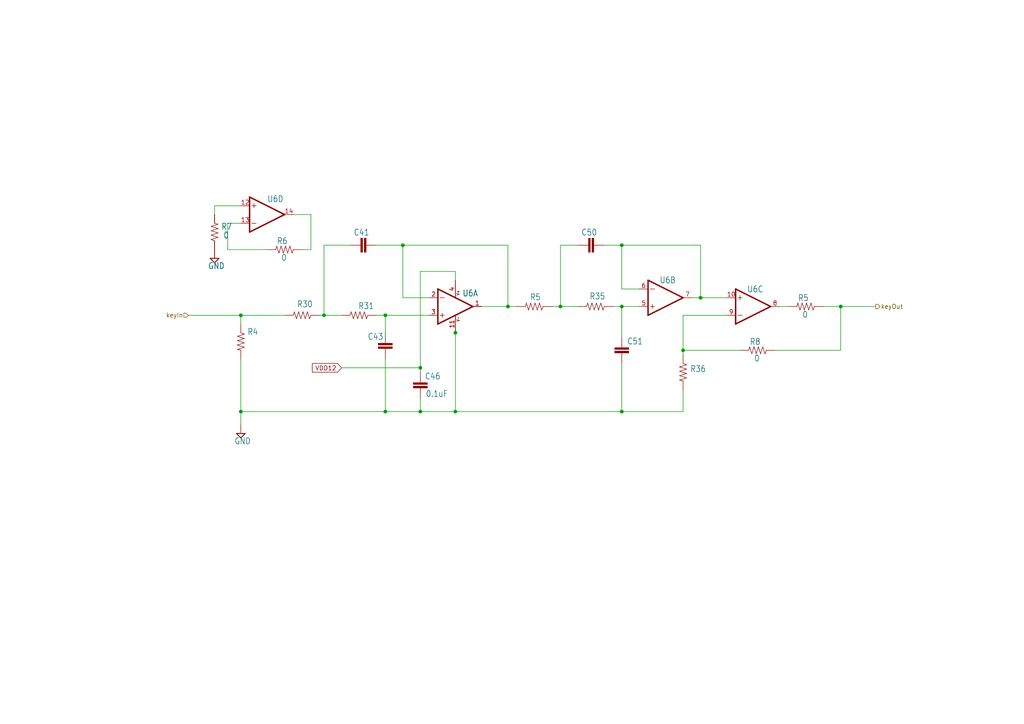
<source format=kicad_sch>
(kicad_sch (version 20250114) (generator "eeschema") (generator_version "9.0")
  (paper "A4")
  (lib_symbols
    (symbol "OPA1679IDR_1"
      (symbol "OPA1679IDR_1_1_0"
        (polyline (pts (xy -5.08 5.08) (xy -5.08 -5.08)) (stroke (width 0.4064)))
        (polyline (pts (xy -5.08 -5.08) (xy 5.08 0)) (stroke (width 0.4064)))
        (polyline (pts (xy -4.445 2.54) (xy -3.175 2.54)) (stroke (width 0.1524)))
        (polyline (pts (xy -4.445 -2.54) (xy -3.175 -2.54)) (stroke (width 0.1524)))
        (polyline (pts (xy -3.81 3.175) (xy -3.81 1.905)) (stroke (width 0.1524)))
        (polyline (pts (xy 5.08 0) (xy -5.08 5.08)) (stroke (width 0.4064)))
        (pin input line (at -7.62 2.54 0) (length 2.54) (name "+IN") (number "3"))
        (pin input line (at -7.62 -2.54 0) (length 2.54) (name "-IN") (number "2"))
        (pin output line (at 7.62 0 180) (length 2.54) (name "OUT") (number "1"))
      )
      (symbol "OPA1679IDR_1_2_0"
        (polyline (pts (xy -5.08 5.08) (xy -5.08 -5.08)) (stroke (width 0.4064)))
        (polyline (pts (xy -5.08 -5.08) (xy 5.08 0)) (stroke (width 0.4064)))
        (polyline (pts (xy -4.445 2.54) (xy -3.175 2.54)) (stroke (width 0.1524)))
        (polyline (pts (xy -4.445 -2.54) (xy -3.175 -2.54)) (stroke (width 0.1524)))
        (polyline (pts (xy -3.81 3.175) (xy -3.81 1.905)) (stroke (width 0.1524)))
        (polyline (pts (xy 5.08 0) (xy -5.08 5.08)) (stroke (width 0.4064)))
        (pin input line (at -7.62 2.54 0) (length 2.54) (name "+IN") (number "5"))
        (pin input line (at -7.62 -2.54 0) (length 2.54) (name "-IN") (number "6"))
        (pin output line (at 7.62 0 180) (length 2.54) (name "OUT") (number "7"))
      )
      (symbol "OPA1679IDR_1_3_0"
        (polyline (pts (xy -5.08 5.08) (xy -5.08 -5.08)) (stroke (width 0.4064)))
        (polyline (pts (xy -5.08 -5.08) (xy 5.08 0)) (stroke (width 0.4064)))
        (polyline (pts (xy -4.445 2.54) (xy -3.175 2.54)) (stroke (width 0.1524)))
        (polyline (pts (xy -4.445 -2.54) (xy -3.175 -2.54)) (stroke (width 0.1524)))
        (polyline (pts (xy -3.81 3.175) (xy -3.81 1.905)) (stroke (width 0.1524)))
        (polyline (pts (xy 5.08 0) (xy -5.08 5.08)) (stroke (width 0.4064)))
        (pin input line (at -7.62 2.54 0) (length 2.54) (name "+IN") (number "10"))
        (pin input line (at -7.62 -2.54 0) (length 2.54) (name "-IN") (number "9"))
        (pin output line (at 7.62 0 180) (length 2.54) (name "OUT") (number "8"))
      )
      (symbol "OPA1679IDR_1_4_0"
        (polyline (pts (xy -5.08 5.08) (xy -5.08 -5.08)) (stroke (width 0.4064)))
        (polyline (pts (xy -5.08 -5.08) (xy 5.08 0)) (stroke (width 0.4064)))
        (polyline (pts (xy -4.445 2.54) (xy -3.175 2.54)) (stroke (width 0.1524)))
        (polyline (pts (xy -4.445 -2.54) (xy -3.175 -2.54)) (stroke (width 0.1524)))
        (polyline (pts (xy -3.81 3.175) (xy -3.81 1.905)) (stroke (width 0.1524)))
        (polyline (pts (xy 5.08 0) (xy -5.08 5.08)) (stroke (width 0.4064)))
        (pin input line (at -7.62 2.54 0) (length 2.54) (name "+IN") (number "12"))
        (pin input line (at -7.62 -2.54 0) (length 2.54) (name "-IN") (number "13"))
        (pin output line (at 7.62 0 180) (length 2.54) (name "OUT") (number "14"))
      )
      (symbol "OPA1679IDR_1_5_0"
        (text "V+" (at 1.27 3.175 900) (effects (font (size 0.8128 0.6908)) (justify left bottom)))
        (text "V-" (at 1.27 -4.445 900) (effects (font (size 0.8128 0.6908)) (justify left bottom)))
        (pin input line (at 0 7.62 270) (length 5.08) (name "V+") (number "4"))
        (pin bidirectional line (at 0 -7.62 90) (length 5.08) (name "V-") (number "11"))
      )
    )
    (symbol "OPA1679IDR_2"
      (symbol "OPA1679IDR_2_1_0"
        (polyline (pts (xy -5.08 5.08) (xy -5.08 -5.08)) (stroke (width 0.4064)))
        (polyline (pts (xy -5.08 -5.08) (xy 5.08 0)) (stroke (width 0.4064)))
        (polyline (pts (xy -4.445 2.54) (xy -3.175 2.54)) (stroke (width 0.1524)))
        (polyline (pts (xy -4.445 -2.54) (xy -3.175 -2.54)) (stroke (width 0.1524)))
        (polyline (pts (xy -3.81 3.175) (xy -3.81 1.905)) (stroke (width 0.1524)))
        (polyline (pts (xy 5.08 0) (xy -5.08 5.08)) (stroke (width 0.4064)))
        (pin input line (at -7.62 2.54 0) (length 2.54) (name "+IN") (number "3"))
        (pin input line (at -7.62 -2.54 0) (length 2.54) (name "-IN") (number "2"))
        (pin output line (at 7.62 0 180) (length 2.54) (name "OUT") (number "1"))
      )
      (symbol "OPA1679IDR_2_2_0"
        (polyline (pts (xy -5.08 5.08) (xy -5.08 -5.08)) (stroke (width 0.4064)))
        (polyline (pts (xy -5.08 -5.08) (xy 5.08 0)) (stroke (width 0.4064)))
        (polyline (pts (xy -4.445 2.54) (xy -3.175 2.54)) (stroke (width 0.1524)))
        (polyline (pts (xy -4.445 -2.54) (xy -3.175 -2.54)) (stroke (width 0.1524)))
        (polyline (pts (xy -3.81 3.175) (xy -3.81 1.905)) (stroke (width 0.1524)))
        (polyline (pts (xy 5.08 0) (xy -5.08 5.08)) (stroke (width 0.4064)))
        (pin input line (at -7.62 2.54 0) (length 2.54) (name "+IN") (number "5"))
        (pin input line (at -7.62 -2.54 0) (length 2.54) (name "-IN") (number "6"))
        (pin output line (at 7.62 0 180) (length 2.54) (name "OUT") (number "7"))
      )
      (symbol "OPA1679IDR_2_3_0"
        (polyline (pts (xy -5.08 5.08) (xy -5.08 -5.08)) (stroke (width 0.4064)))
        (polyline (pts (xy -5.08 -5.08) (xy 5.08 0)) (stroke (width 0.4064)))
        (polyline (pts (xy -4.445 2.54) (xy -3.175 2.54)) (stroke (width 0.1524)))
        (polyline (pts (xy -4.445 -2.54) (xy -3.175 -2.54)) (stroke (width 0.1524)))
        (polyline (pts (xy -3.81 3.175) (xy -3.81 1.905)) (stroke (width 0.1524)))
        (polyline (pts (xy 5.08 0) (xy -5.08 5.08)) (stroke (width 0.4064)))
        (pin input line (at -7.62 2.54 0) (length 2.54) (name "+IN") (number "10"))
        (pin input line (at -7.62 -2.54 0) (length 2.54) (name "-IN") (number "9"))
        (pin output line (at 7.62 0 180) (length 2.54) (name "OUT") (number "8"))
      )
      (symbol "OPA1679IDR_2_4_0"
        (polyline (pts (xy -5.08 5.08) (xy -5.08 -5.08)) (stroke (width 0.4064)))
        (polyline (pts (xy -5.08 -5.08) (xy 5.08 0)) (stroke (width 0.4064)))
        (polyline (pts (xy -4.445 2.54) (xy -3.175 2.54)) (stroke (width 0.1524)))
        (polyline (pts (xy -4.445 -2.54) (xy -3.175 -2.54)) (stroke (width 0.1524)))
        (polyline (pts (xy -3.81 3.175) (xy -3.81 1.905)) (stroke (width 0.1524)))
        (polyline (pts (xy 5.08 0) (xy -5.08 5.08)) (stroke (width 0.4064)))
        (pin input line (at -7.62 2.54 0) (length 2.54) (name "+IN") (number "12"))
        (pin input line (at -7.62 -2.54 0) (length 2.54) (name "-IN") (number "13"))
        (pin output line (at 7.62 0 180) (length 2.54) (name "OUT") (number "14"))
      )
      (symbol "OPA1679IDR_2_5_0"
        (text "V+" (at 1.27 3.175 900) (effects (font (size 0.8128 0.6908)) (justify left bottom)))
        (text "V-" (at 1.27 -4.445 900) (effects (font (size 0.8128 0.6908)) (justify left bottom)))
        (pin input line (at 0 7.62 270) (length 5.08) (name "V+") (number "4"))
        (pin bidirectional line (at 0 -7.62 90) (length 5.08) (name "V-") (number "11"))
      )
    )
    (symbol "OPA1679IDR_3"
      (symbol "OPA1679IDR_3_1_0"
        (polyline (pts (xy -5.08 5.08) (xy -5.08 -5.08)) (stroke (width 0.4064)))
        (polyline (pts (xy -5.08 -5.08) (xy 5.08 0)) (stroke (width 0.4064)))
        (polyline (pts (xy -4.445 2.54) (xy -3.175 2.54)) (stroke (width 0.1524)))
        (polyline (pts (xy -4.445 -2.54) (xy -3.175 -2.54)) (stroke (width 0.1524)))
        (polyline (pts (xy -3.81 3.175) (xy -3.81 1.905)) (stroke (width 0.1524)))
        (polyline (pts (xy 5.08 0) (xy -5.08 5.08)) (stroke (width 0.4064)))
        (pin input line (at -7.62 2.54 0) (length 2.54) (name "+IN") (number "3"))
        (pin input line (at -7.62 -2.54 0) (length 2.54) (name "-IN") (number "2"))
        (pin output line (at 7.62 0 180) (length 2.54) (name "OUT") (number "1"))
      )
      (symbol "OPA1679IDR_3_2_0"
        (polyline (pts (xy -5.08 5.08) (xy -5.08 -5.08)) (stroke (width 0.4064)))
        (polyline (pts (xy -5.08 -5.08) (xy 5.08 0)) (stroke (width 0.4064)))
        (polyline (pts (xy -4.445 2.54) (xy -3.175 2.54)) (stroke (width 0.1524)))
        (polyline (pts (xy -4.445 -2.54) (xy -3.175 -2.54)) (stroke (width 0.1524)))
        (polyline (pts (xy -3.81 3.175) (xy -3.81 1.905)) (stroke (width 0.1524)))
        (polyline (pts (xy 5.08 0) (xy -5.08 5.08)) (stroke (width 0.4064)))
        (pin input line (at -7.62 2.54 0) (length 2.54) (name "+IN") (number "5"))
        (pin input line (at -7.62 -2.54 0) (length 2.54) (name "-IN") (number "6"))
        (pin output line (at 7.62 0 180) (length 2.54) (name "OUT") (number "7"))
      )
      (symbol "OPA1679IDR_3_3_0"
        (polyline (pts (xy -5.08 5.08) (xy -5.08 -5.08)) (stroke (width 0.4064)))
        (polyline (pts (xy -5.08 -5.08) (xy 5.08 0)) (stroke (width 0.4064)))
        (polyline (pts (xy -4.445 2.54) (xy -3.175 2.54)) (stroke (width 0.1524)))
        (polyline (pts (xy -4.445 -2.54) (xy -3.175 -2.54)) (stroke (width 0.1524)))
        (polyline (pts (xy -3.81 3.175) (xy -3.81 1.905)) (stroke (width 0.1524)))
        (polyline (pts (xy 5.08 0) (xy -5.08 5.08)) (stroke (width 0.4064)))
        (pin input line (at -7.62 2.54 0) (length 2.54) (name "+IN") (number "10"))
        (pin input line (at -7.62 -2.54 0) (length 2.54) (name "-IN") (number "9"))
        (pin output line (at 7.62 0 180) (length 2.54) (name "OUT") (number "8"))
      )
      (symbol "OPA1679IDR_3_4_0"
        (polyline (pts (xy -5.08 5.08) (xy -5.08 -5.08)) (stroke (width 0.4064)))
        (polyline (pts (xy -5.08 -5.08) (xy 5.08 0)) (stroke (width 0.4064)))
        (polyline (pts (xy -4.445 2.54) (xy -3.175 2.54)) (stroke (width 0.1524)))
        (polyline (pts (xy -4.445 -2.54) (xy -3.175 -2.54)) (stroke (width 0.1524)))
        (polyline (pts (xy -3.81 3.175) (xy -3.81 1.905)) (stroke (width 0.1524)))
        (polyline (pts (xy 5.08 0) (xy -5.08 5.08)) (stroke (width 0.4064)))
        (pin input line (at -7.62 2.54 0) (length 2.54) (name "+IN") (number "12"))
        (pin input line (at -7.62 -2.54 0) (length 2.54) (name "-IN") (number "13"))
        (pin output line (at 7.62 0 180) (length 2.54) (name "OUT") (number "14"))
      )
      (symbol "OPA1679IDR_3_5_0"
        (text "V+" (at 1.27 3.175 900) (effects (font (size 0.8128 0.6908)) (justify left bottom)))
        (text "V-" (at 1.27 -4.445 900) (effects (font (size 0.8128 0.6908)) (justify left bottom)))
        (pin input line (at 0 7.62 270) (length 5.08) (name "V+") (number "4"))
        (pin bidirectional line (at 0 -7.62 90) (length 5.08) (name "V-") (number "11"))
      )
    )
    (symbol "OPA1679IDR_4"
      (symbol "OPA1679IDR_4_1_0"
        (polyline (pts (xy -5.08 5.08) (xy -5.08 -5.08)) (stroke (width 0.4064)))
        (polyline (pts (xy -5.08 -5.08) (xy 5.08 0)) (stroke (width 0.4064)))
        (polyline (pts (xy -4.445 2.54) (xy -3.175 2.54)) (stroke (width 0.1524)))
        (polyline (pts (xy -4.445 -2.54) (xy -3.175 -2.54)) (stroke (width 0.1524)))
        (polyline (pts (xy -3.81 3.175) (xy -3.81 1.905)) (stroke (width 0.1524)))
        (polyline (pts (xy 5.08 0) (xy -5.08 5.08)) (stroke (width 0.4064)))
        (pin input line (at -7.62 2.54 0) (length 2.54) (name "+IN") (number "3"))
        (pin input line (at -7.62 -2.54 0) (length 2.54) (name "-IN") (number "2"))
        (pin output line (at 7.62 0 180) (length 2.54) (name "OUT") (number "1"))
      )
      (symbol "OPA1679IDR_4_2_0"
        (polyline (pts (xy -5.08 5.08) (xy -5.08 -5.08)) (stroke (width 0.4064)))
        (polyline (pts (xy -5.08 -5.08) (xy 5.08 0)) (stroke (width 0.4064)))
        (polyline (pts (xy -4.445 2.54) (xy -3.175 2.54)) (stroke (width 0.1524)))
        (polyline (pts (xy -4.445 -2.54) (xy -3.175 -2.54)) (stroke (width 0.1524)))
        (polyline (pts (xy -3.81 3.175) (xy -3.81 1.905)) (stroke (width 0.1524)))
        (polyline (pts (xy 5.08 0) (xy -5.08 5.08)) (stroke (width 0.4064)))
        (pin input line (at -7.62 2.54 0) (length 2.54) (name "+IN") (number "5"))
        (pin input line (at -7.62 -2.54 0) (length 2.54) (name "-IN") (number "6"))
        (pin output line (at 7.62 0 180) (length 2.54) (name "OUT") (number "7"))
      )
      (symbol "OPA1679IDR_4_3_0"
        (polyline (pts (xy -5.08 5.08) (xy -5.08 -5.08)) (stroke (width 0.4064)))
        (polyline (pts (xy -5.08 -5.08) (xy 5.08 0)) (stroke (width 0.4064)))
        (polyline (pts (xy -4.445 2.54) (xy -3.175 2.54)) (stroke (width 0.1524)))
        (polyline (pts (xy -4.445 -2.54) (xy -3.175 -2.54)) (stroke (width 0.1524)))
        (polyline (pts (xy -3.81 3.175) (xy -3.81 1.905)) (stroke (width 0.1524)))
        (polyline (pts (xy 5.08 0) (xy -5.08 5.08)) (stroke (width 0.4064)))
        (pin input line (at -7.62 2.54 0) (length 2.54) (name "+IN") (number "10"))
        (pin input line (at -7.62 -2.54 0) (length 2.54) (name "-IN") (number "9"))
        (pin output line (at 7.62 0 180) (length 2.54) (name "OUT") (number "8"))
      )
      (symbol "OPA1679IDR_4_4_0"
        (polyline (pts (xy -5.08 5.08) (xy -5.08 -5.08)) (stroke (width 0.4064)))
        (polyline (pts (xy -5.08 -5.08) (xy 5.08 0)) (stroke (width 0.4064)))
        (polyline (pts (xy -4.445 2.54) (xy -3.175 2.54)) (stroke (width 0.1524)))
        (polyline (pts (xy -4.445 -2.54) (xy -3.175 -2.54)) (stroke (width 0.1524)))
        (polyline (pts (xy -3.81 3.175) (xy -3.81 1.905)) (stroke (width 0.1524)))
        (polyline (pts (xy 5.08 0) (xy -5.08 5.08)) (stroke (width 0.4064)))
        (pin input line (at -7.62 2.54 0) (length 2.54) (name "+IN") (number "12"))
        (pin input line (at -7.62 -2.54 0) (length 2.54) (name "-IN") (number "13"))
        (pin output line (at 7.62 0 180) (length 2.54) (name "OUT") (number "14"))
      )
      (symbol "OPA1679IDR_4_5_0"
        (text "V+" (at 1.27 3.175 900) (effects (font (size 0.8128 0.6908)) (justify left bottom)))
        (text "V-" (at 1.27 -4.445 900) (effects (font (size 0.8128 0.6908)) (justify left bottom)))
        (pin input line (at 0 7.62 270) (length 5.08) (name "V+") (number "4"))
        (pin bidirectional line (at 0 -7.62 90) (length 5.08) (name "V-") (number "11"))
      )
    )
    (symbol "powerAmp_RevB-eagle-import:CAP0603-CAP"
      (property "Reference" "C" (at 1.524 2.921 0))
      (property "Value" "CAP0603-CAP" (at 1.524 -2.159 0))
      (symbol "CAP0603-CAP_1_0"
        (rectangle (start -2.032 1.524) (end 2.032 2.032) (fill (type outline)))
        (rectangle (start -2.032 0.508) (end 2.032 1.016) (fill (type outline)))
        (polyline (pts (xy 0 2.54) (xy 0 2.032)) (stroke (width 0.1524)))
        (polyline (pts (xy 0 0) (xy 0 0.508)) (stroke (width 0.1524)))
        (pin passive line (at 0 5.08 270) (length 2.54) (name "1") (number "1"))
        (pin passive line (at 0 -2.54 90) (length 2.54) (name "2") (number "2"))
      )
    )
    (symbol "powerAmp_RevB-eagle-import:GND" (power)
      (property "Value" "GND" (at -1.905 -3.175 0))
      (symbol "GND_1_0"
        (polyline (pts (xy -1.27 0) (xy 1.27 0)) (stroke (width 0.254)))
        (polyline (pts (xy 0 -1.27) (xy -1.27 0)) (stroke (width 0.254)))
        (polyline (pts (xy 1.27 0) (xy 0 -1.27)) (stroke (width 0.254)))
        (pin power_in line (at 0 2.54 270) (length 2.54) (name "GND") (number "1"))
      )
    )
    (symbol "powerAmp_RevB-eagle-import:OPA1679IDR"
      (symbol "OPA1679IDR_1_0"
        (polyline (pts (xy -5.08 5.08) (xy -5.08 -5.08)) (stroke (width 0.4064)))
        (polyline (pts (xy -5.08 -5.08) (xy 5.08 0)) (stroke (width 0.4064)))
        (polyline (pts (xy -4.445 2.54) (xy -3.175 2.54)) (stroke (width 0.1524)))
        (polyline (pts (xy -4.445 -2.54) (xy -3.175 -2.54)) (stroke (width 0.1524)))
        (polyline (pts (xy -3.81 3.175) (xy -3.81 1.905)) (stroke (width 0.1524)))
        (polyline (pts (xy 5.08 0) (xy -5.08 5.08)) (stroke (width 0.4064)))
        (pin input line (at -7.62 2.54 0) (length 2.54) (name "+IN") (number "3"))
        (pin input line (at -7.62 -2.54 0) (length 2.54) (name "-IN") (number "2"))
        (pin output line (at 7.62 0 180) (length 2.54) (name "OUT") (number "1"))
      )
      (symbol "OPA1679IDR_2_0"
        (polyline (pts (xy -5.08 5.08) (xy -5.08 -5.08)) (stroke (width 0.4064)))
        (polyline (pts (xy -5.08 -5.08) (xy 5.08 0)) (stroke (width 0.4064)))
        (polyline (pts (xy -4.445 2.54) (xy -3.175 2.54)) (stroke (width 0.1524)))
        (polyline (pts (xy -4.445 -2.54) (xy -3.175 -2.54)) (stroke (width 0.1524)))
        (polyline (pts (xy -3.81 3.175) (xy -3.81 1.905)) (stroke (width 0.1524)))
        (polyline (pts (xy 5.08 0) (xy -5.08 5.08)) (stroke (width 0.4064)))
        (pin input line (at -7.62 2.54 0) (length 2.54) (name "+IN") (number "5"))
        (pin input line (at -7.62 -2.54 0) (length 2.54) (name "-IN") (number "6"))
        (pin output line (at 7.62 0 180) (length 2.54) (name "OUT") (number "7"))
      )
      (symbol "OPA1679IDR_3_0"
        (polyline (pts (xy -5.08 5.08) (xy -5.08 -5.08)) (stroke (width 0.4064)))
        (polyline (pts (xy -5.08 -5.08) (xy 5.08 0)) (stroke (width 0.4064)))
        (polyline (pts (xy -4.445 2.54) (xy -3.175 2.54)) (stroke (width 0.1524)))
        (polyline (pts (xy -4.445 -2.54) (xy -3.175 -2.54)) (stroke (width 0.1524)))
        (polyline (pts (xy -3.81 3.175) (xy -3.81 1.905)) (stroke (width 0.1524)))
        (polyline (pts (xy 5.08 0) (xy -5.08 5.08)) (stroke (width 0.4064)))
        (pin input line (at -7.62 2.54 0) (length 2.54) (name "+IN") (number "10"))
        (pin input line (at -7.62 -2.54 0) (length 2.54) (name "-IN") (number "9"))
        (pin output line (at 7.62 0 180) (length 2.54) (name "OUT") (number "8"))
      )
      (symbol "OPA1679IDR_4_0"
        (polyline (pts (xy -5.08 5.08) (xy -5.08 -5.08)) (stroke (width 0.4064)))
        (polyline (pts (xy -5.08 -5.08) (xy 5.08 0)) (stroke (width 0.4064)))
        (polyline (pts (xy -4.445 2.54) (xy -3.175 2.54)) (stroke (width 0.1524)))
        (polyline (pts (xy -4.445 -2.54) (xy -3.175 -2.54)) (stroke (width 0.1524)))
        (polyline (pts (xy -3.81 3.175) (xy -3.81 1.905)) (stroke (width 0.1524)))
        (polyline (pts (xy 5.08 0) (xy -5.08 5.08)) (stroke (width 0.4064)))
        (pin input line (at -7.62 2.54 0) (length 2.54) (name "+IN") (number "12"))
        (pin input line (at -7.62 -2.54 0) (length 2.54) (name "-IN") (number "13"))
        (pin output line (at 7.62 0 180) (length 2.54) (name "OUT") (number "14"))
      )
      (symbol "OPA1679IDR_5_0"
        (text "V+" (at 1.27 3.175 900) (effects (font (size 0.8128 0.6908)) (justify left bottom)))
        (text "V-" (at 1.27 -4.445 900) (effects (font (size 0.8128 0.6908)) (justify left bottom)))
        (pin input line (at 0 7.62 270) (length 5.08) (name "V+") (number "4"))
        (pin bidirectional line (at 0 -7.62 90) (length 5.08) (name "V-") (number "11"))
      )
    )
    (symbol "powerAmp_RevB-eagle-import:RESISTOR0603-RES"
      (property "Reference" "R" (at -3.81 1.4986 0))
      (property "Value" "RESISTOR0603-RES" (at -3.81 -3.302 0))
      (symbol "RESISTOR0603-RES_1_0"
        (polyline (pts (xy -2.54 0) (xy -2.159 1.016)) (stroke (width 0.1524)))
        (polyline (pts (xy -2.159 1.016) (xy -1.524 -1.016)) (stroke (width 0.1524)))
        (polyline (pts (xy -1.524 -1.016) (xy -0.889 1.016)) (stroke (width 0.1524)))
        (polyline (pts (xy -0.889 1.016) (xy -0.254 -1.016)) (stroke (width 0.1524)))
        (polyline (pts (xy -0.254 -1.016) (xy 0.381 1.016)) (stroke (width 0.1524)))
        (polyline (pts (xy 0.381 1.016) (xy 1.016 -1.016)) (stroke (width 0.1524)))
        (polyline (pts (xy 1.016 -1.016) (xy 1.651 1.016)) (stroke (width 0.1524)))
        (polyline (pts (xy 1.651 1.016) (xy 2.286 -1.016)) (stroke (width 0.1524)))
        (polyline (pts (xy 2.286 -1.016) (xy 2.54 0)) (stroke (width 0.1524)))
        (pin passive line (at -5.08 0 0) (length 2.54) (name "1") (number "1"))
        (pin passive line (at 5.08 0 180) (length 2.54) (name "2") (number "2"))
      )
    )
  )
  (junction (at 69.85 91.44))
  (junction (at 132.08 119.38))
  (junction (at 69.85 119.38))
  (junction (at 180.34 88.9))
  (junction (at 121.92 119.38))
  (junction (at 111.76 119.38))
  (junction (at 198.12 101.6))
  (junction (at 116.84 71.12))
  (junction (at 162.56 88.9))
  (junction (at 111.76 91.44))
  (junction (at 121.92 106.68))
  (junction (at 243.84 88.9))
  (junction (at 147.32 88.9))
  (junction (at 93.98 91.44))
  (junction (at 132.08 96.52))
  (junction (at 203.2 86.36))
  (junction (at 180.34 119.38))
  (junction (at 180.34 71.12))
  (wire (pts (xy 69.85 119.38) (xy 111.76 119.38)))
  (wire (pts (xy 139.7 88.9) (xy 147.32 88.9)))
  (wire (pts (xy 116.84 71.12) (xy 109.22 71.12)))
  (wire (pts (xy 93.98 71.12) (xy 93.98 91.44)))
  (wire (pts (xy 69.85 64.77) (xy 66.04 64.77)))
  (wire (pts (xy 121.92 78.74) (xy 132.08 78.74)))
  (wire (pts (xy 111.76 96.52) (xy 111.76 91.44)))
  (wire (pts (xy 203.2 86.36) (xy 203.2 71.12)))
  (wire (pts (xy 180.34 119.38) (xy 198.12 119.38)))
  (wire (pts (xy 180.34 88.9) (xy 185.42 88.9)))
  (wire (pts (xy 180.34 105.41) (xy 180.34 119.38)))
  (wire (pts (xy 203.2 86.36) (xy 210.82 86.36)))
  (wire (pts (xy 121.92 119.38) (xy 111.76 119.38)))
  (wire (pts (xy 162.56 71.12) (xy 162.56 88.9)))
  (wire (pts (xy 132.08 78.74) (xy 132.08 81.28)))
  (wire (pts (xy 66.04 72.39) (xy 77.47 72.39)))
  (wire (pts (xy 101.6 71.12) (xy 93.98 71.12)))
  (wire (pts (xy 116.84 86.36) (xy 116.84 71.12)))
  (wire (pts (xy 167.64 71.12) (xy 162.56 71.12)))
  (wire (pts (xy 85.09 62.23) (xy 90.17 62.23)))
  (wire (pts (xy 132.08 96.52) (xy 132.08 119.38)))
  (wire (pts (xy 180.34 119.38) (xy 132.08 119.38)))
  (wire (pts (xy 147.32 88.9) (xy 149.86 88.9)))
  (wire (pts (xy 69.85 93.98) (xy 69.85 91.44)))
  (wire (pts (xy 69.85 91.44) (xy 82.55 91.44)))
  (wire (pts (xy 185.42 83.82) (xy 180.34 83.82)))
  (wire (pts (xy 200.66 86.36) (xy 203.2 86.36)))
  (wire (pts (xy 121.92 106.68) (xy 99.06 106.68)))
  (wire (pts (xy 69.85 104.14) (xy 69.85 119.38)))
  (wire (pts (xy 90.17 72.39) (xy 90.17 62.23)))
  (wire (pts (xy 160.02 88.9) (xy 162.56 88.9)))
  (wire (pts (xy 121.92 115.57) (xy 121.92 119.38)))
  (wire (pts (xy 198.12 113.03) (xy 198.12 119.38)))
  (wire (pts (xy 87.63 72.39) (xy 90.17 72.39)))
  (wire (pts (xy 69.85 119.38) (xy 69.85 123.19)))
  (wire (pts (xy 111.76 91.44) (xy 124.46 91.44)))
  (wire (pts (xy 180.34 88.9) (xy 180.34 97.79)))
  (wire (pts (xy 109.22 91.44) (xy 111.76 91.44)))
  (wire (pts (xy 62.23 59.69) (xy 62.23 62.23)))
  (wire (pts (xy 93.98 91.44) (xy 99.06 91.44)))
  (wire (pts (xy 198.12 91.44) (xy 198.12 101.6)))
  (wire (pts (xy 243.84 88.9) (xy 243.84 101.6)))
  (wire (pts (xy 62.23 59.69) (xy 69.85 59.69)))
  (wire (pts (xy 132.08 119.38) (xy 121.92 119.38)))
  (wire (pts (xy 147.32 88.9) (xy 147.32 71.12)))
  (wire (pts (xy 147.32 71.12) (xy 116.84 71.12)))
  (wire (pts (xy 180.34 71.12) (xy 175.26 71.12)))
  (wire (pts (xy 238.76 88.9) (xy 243.84 88.9)))
  (wire (pts (xy 66.04 64.77) (xy 66.04 72.39)))
  (wire (pts (xy 111.76 104.14) (xy 111.76 119.38)))
  (wire (pts (xy 198.12 101.6) (xy 214.63 101.6)))
  (wire (pts (xy 121.92 107.95) (xy 121.92 106.68)))
  (wire (pts (xy 198.12 101.6) (xy 198.12 102.87)))
  (wire (pts (xy 180.34 83.82) (xy 180.34 71.12)))
  (wire (pts (xy 121.92 78.74) (xy 121.92 106.68)))
  (wire (pts (xy 132.08 95.885) (xy 132.08 96.52)))
  (wire (pts (xy 243.84 88.9) (xy 254 88.9)))
  (wire (pts (xy 226.06 88.9) (xy 228.6 88.9)))
  (wire (pts (xy 198.12 91.44) (xy 210.82 91.44)))
  (wire (pts (xy 54.61 91.44) (xy 69.85 91.44)))
  (wire (pts (xy 92.71 91.44) (xy 93.98 91.44)))
  (wire (pts (xy 124.46 86.36) (xy 116.84 86.36)))
  (wire (pts (xy 224.79 101.6) (xy 243.84 101.6)))
  (wire (pts (xy 203.2 71.12) (xy 180.34 71.12)))
  (wire (pts (xy 177.8 88.9) (xy 180.34 88.9)))
  (wire (pts (xy 162.56 88.9) (xy 167.64 88.9)))
  (global_label "VDD12" (shape input) (at 99.06 106.68 180) (property "Intersheetrefs" "${INTERSHEET_REFS}" (effects (hide yes))))
  (hierarchical_label "keyIn" (shape input) (at 54.61 91.44 180))
  (hierarchical_label "keyOut" (shape output) (at 254 88.9 0))
  (symbol (lib_name "OPA1679IDR_2") (lib_id "powerAmp_RevB-eagle-import:OPA1679IDR") (at 193.04 86.36 0) (mirror x) (unit 2)
    (property "Reference" "U6" (at 191.262 80.264 0) (effects (font (size 1.778 1.5113)) (justify left bottom)))
    (property "Value" "OPA1679IDR" (effects (hide yes)))
    (property "Footprint" "Package_SO:SOIC-14_3.9x8.7mm_P1.27mm" (effects (hide yes)))
    (property "MouserPN" "595-OPA1679IDR" (effects (hide yes)))
  )
  (symbol (lib_id "powerAmp_RevB-eagle-import:CAP0603-CAP") (at 172.72 71.12 90) (unit 1)
    (property "Reference" "C50" (at 173.228 66.421 90) (effects (font (size 1.778 1.5113)) (justify left bottom)))
    (property "Value" "710-885012206073" (effects (hide yes)))
    (property "Footprint" "Capacitor_SMD:C_0603_1608Metric_Pad1.08x0.95mm_HandSolder" (effects (hide yes)))
  )
  (symbol (lib_id "powerAmp_RevB-eagle-import:RESISTOR0603-RES") (at 69.85 99.06 270) (unit 1)
    (property "Reference" "R4" (at 74.93 95.25 90) (effects (font (size 1.778 1.5113)) (justify right top)))
    (property "Value" "603-RC0603FR-0733KL" (effects (hide yes)))
    (property "Footprint" "Resistor_SMD:R_0603_1608Metric_Pad0.98x0.95mm_HandSolder" (effects (hide yes)))
  )
  (symbol (lib_name "OPA1679IDR_1") (lib_id "powerAmp_RevB-eagle-import:OPA1679IDR") (at 218.44 88.9 0) (unit 3)
    (property "Reference" "U6" (at 216.662 84.836 0) (effects (font (size 1.778 1.5113)) (justify left bottom)))
    (property "Value" "OPA1679IDR" (effects (hide yes)))
    (property "Footprint" "Package_SO:SOIC-14_3.9x8.7mm_P1.27mm" (effects (hide yes)))
    (property "MouserPN" "595-OPA1679IDR" (effects (hide yes)))
  )
  (symbol (lib_id "powerAmp_RevB-eagle-import:CAP0603-CAP") (at 106.68 71.12 90) (unit 1)
    (property "Reference" "C41" (at 107.188 66.421 90) (effects (font (size 1.778 1.5113)) (justify left bottom)))
    (property "Value" "710-885012206073" (effects (hide yes)))
    (property "Footprint" "Capacitor_SMD:C_0603_1608Metric_Pad1.08x0.95mm_HandSolder" (effects (hide yes)))
  )
  (symbol (lib_name "OPA1679IDR_3") (lib_id "powerAmp_RevB-eagle-import:OPA1679IDR") (at 132.08 88.9 0) (unit 5)
    (property "Reference" "U$1" (effects (hide yes)))
    (property "Value" "OPA1679IDR" (effects (hide yes)))
    (property "Footprint" "Package_SO:SOIC-14_3.9x8.7mm_P1.27mm" (effects (hide yes)))
  )
  (symbol (lib_id "powerAmp_RevB-eagle-import:RESISTOR0603-RES") (at 87.63 91.44 180) (unit 1)
    (property "Reference" "R30" (at 86.106 89.1794 0) (effects (font (size 1.778 1.5113)) (justify right top)))
    (property "Value" "603-RC0603FR-0733KL" (effects (hide yes)))
    (property "Footprint" "Resistor_SMD:R_0603_1608Metric_Pad0.98x0.95mm_HandSolder" (effects (hide yes)))
  )
  (symbol (lib_name "OPA1679IDR_4") (lib_id "powerAmp_RevB-eagle-import:OPA1679IDR") (at 132.08 88.9 0) (mirror x) (unit 1)
    (property "Reference" "U6" (at 134.112 84.074 0) (effects (font (size 1.778 1.5113)) (justify left bottom)))
    (property "Value" "OPA1679IDR" (effects (hide yes)))
    (property "Footprint" "Package_SO:SOIC-14_3.9x8.7mm_P1.27mm" (effects (hide yes)))
    (property "MouserPN" "595-OPA1679IDR" (effects (hide yes)))
  )
  (symbol (lib_id "powerAmp_RevB-eagle-import:CAP0603-CAP") (at 180.34 102.87 0) (unit 1)
    (property "Reference" "C51" (at 181.864 99.949 0) (effects (font (size 1.778 1.5113)) (justify left bottom)))
    (property "Value" "80-C0603C223K3R" (effects (hide yes)))
    (property "Footprint" "Capacitor_SMD:C_0603_1608Metric_Pad1.08x0.95mm_HandSolder" (effects (hide yes)))
  )
  (symbol (lib_id "powerAmp_RevB-eagle-import:RESISTOR0603-RES") (at 82.55 72.39 180) (unit 1)
    (property "Reference" "R6" (at 80.264 70.866 0) (effects (font (size 1.778 1.5113)) (justify right top)))
    (property "Value" "0" (at 81.534 75.692 0) (effects (font (size 1.778 1.5113)) (justify right top)))
    (property "Footprint" "Resistor_SMD:R_0603_1608Metric_Pad0.98x0.95mm_HandSolder" (effects (hide yes)))
  )
  (symbol (lib_id "powerAmp_RevB-eagle-import:RESISTOR0603-RES") (at 219.71 101.6 180) (unit 1)
    (property "Reference" "R8" (at 217.424 100.076 0) (effects (font (size 1.778 1.5113)) (justify right top)))
    (property "Value" "0" (at 218.694 104.902 0) (effects (font (size 1.778 1.5113)) (justify right top)))
    (property "Footprint" "Resistor_SMD:R_0603_1608Metric_Pad0.98x0.95mm_HandSolder" (effects (hide yes)))
  )
  (symbol (lib_id "powerAmp_RevB-eagle-import:RESISTOR0603-RES") (at 62.23 67.31 90) (unit 1)
    (property "Reference" "R7" (at 64.135 66.675 90) (effects (font (size 1.778 1.5113)) (justify right top)))
    (property "Value" "0" (at 64.77 69.215 90) (effects (font (size 1.778 1.5113)) (justify right top)))
    (property "Footprint" "Resistor_SMD:R_0603_1608Metric_Pad0.98x0.95mm_HandSolder" (effects (hide yes)))
  )
  (symbol (lib_id "powerAmp_RevB-eagle-import:RESISTOR0603-RES") (at 154.94 88.9 180) (unit 1)
    (property "Reference" "R5" (at 153.67 87.1474 0) (effects (font (size 1.778 1.5113)) (justify right top)))
    (property "Value" "603-RC0603FR-0736KL" (effects (hide yes)))
    (property "Footprint" "Resistor_SMD:R_0603_1608Metric_Pad0.98x0.95mm_HandSolder" (effects (hide yes)))
  )
  (symbol (lib_id "powerAmp_RevB-eagle-import:GND") (at 62.23 74.93 0) (unit 1)
    (property "Reference" "#SUPPLY016" (effects (hide yes)))
    (property "Value" "GND" (at 60.325 78.105 0) (effects (font (size 1.778 1.5113)) (justify left bottom)))
    (property "Footprint" "powerAmp_RevB:" (effects (hide yes)))
  )
  (symbol (lib_id "powerAmp_RevB-eagle-import:RESISTOR0603-RES") (at 104.14 91.44 180) (unit 1)
    (property "Reference" "R31" (at 103.886 89.6874 0) (effects (font (size 1.778 1.5113)) (justify right top)))
    (property "Value" "603-RC0603FR-078K2L" (effects (hide yes)))
    (property "Footprint" "Resistor_SMD:R_0603_1608Metric_Pad0.98x0.95mm_HandSolder" (effects (hide yes)))
  )
  (symbol (lib_id "powerAmp_RevB-eagle-import:RESISTOR0603-RES") (at 172.72 88.9 180) (unit 1)
    (property "Reference" "R35" (at 170.942 86.8934 0) (effects (font (size 1.778 1.5113)) (justify right top)))
    (property "Value" "603-RC0603FR-0711KL" (effects (hide yes)))
    (property "Footprint" "Resistor_SMD:R_0603_1608Metric_Pad0.98x0.95mm_HandSolder" (effects (hide yes)))
  )
  (symbol (lib_id "powerAmp_RevB-eagle-import:RESISTOR0603-RES") (at 198.12 107.95 270) (unit 1)
    (property "Reference" "R36" (at 200.152 107.9754 90) (effects (font (size 1.778 1.5113)) (justify left bottom)))
    (property "Value" "603-RC0603FR-071KL" (effects (hide yes)))
    (property "Footprint" "Resistor_SMD:R_0603_1608Metric_Pad0.98x0.95mm_HandSolder" (effects (hide yes)))
  )
  (symbol (lib_id "powerAmp_RevB-eagle-import:GND") (at 69.85 125.73 0) (unit 1)
    (property "Reference" "#SUPPLY02" (effects (hide yes)))
    (property "Value" "GND" (at 67.945 128.905 0) (effects (font (size 1.778 1.5113)) (justify left bottom)))
    (property "Footprint" "powerAmp_RevB:" (effects (hide yes)))
  )
  (symbol (lib_id "powerAmp_RevB-eagle-import:OPA1679IDR") (at 77.47 62.23 0) (unit 4)
    (property "Reference" "U6" (at 77.47 58.674 0) (effects (font (size 1.778 1.5113)) (justify left bottom)))
    (property "Value" "OPA1679IDR" (effects (hide yes)))
    (property "Footprint" "Package_SO:SOIC-14_3.9x8.7mm_P1.27mm" (effects (hide yes)))
    (property "MouserPN" "595-OPA1679IDR" (effects (hide yes)))
  )
  (symbol (lib_id "powerAmp_RevB-eagle-import:CAP0603-CAP") (at 111.76 101.6 0) (unit 1)
    (property "Reference" "C43" (at 111.252 96.647 0) (effects (font (size 1.778 1.5113)) (justify right top)))
    (property "Value" "710-885012206071" (effects (hide yes)))
    (property "Footprint" "Capacitor_SMD:C_0603_1608Metric_Pad1.08x0.95mm_HandSolder" (effects (hide yes)))
  )
  (symbol (lib_id "powerAmp_RevB-eagle-import:CAP0603-CAP") (at 121.92 110.49 180) (unit 1)
    (property "Reference" "C46" (at 123.19 110.109 0) (effects (font (size 1.778 1.5113)) (justify right top)))
    (property "Value" "0.1uF" (at 123.444 115.189 0) (effects (font (size 1.778 1.5113)) (justify right top)))
    (property "Footprint" "Capacitor_SMD:C_0603_1608Metric_Pad1.08x0.95mm_HandSolder" (effects (hide yes)))
  )
  (symbol (lib_id "powerAmp_RevB-eagle-import:RESISTOR0603-RES") (at 233.68 88.9 180) (unit 1)
    (property "Reference" "R5" (at 231.394 87.376 0) (effects (font (size 1.778 1.5113)) (justify right top)))
    (property "Value" "0" (at 232.664 92.202 0) (effects (font (size 1.778 1.5113)) (justify right top)))
    (property "Footprint" "Resistor_SMD:R_0603_1608Metric_Pad0.98x0.95mm_HandSolder" (effects (hide yes)))
  )
)
</source>
